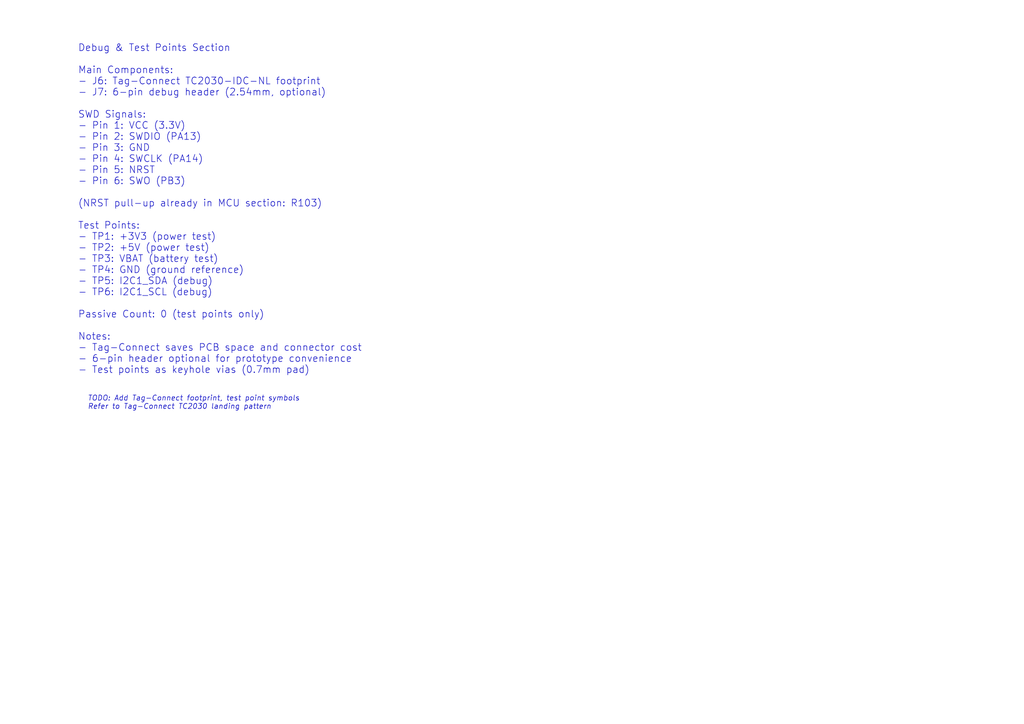
<source format=kicad_sch>
(kicad_sch
	(version 20250114)
	(generator "eeschema")
	(generator_version "9.0")
	(uuid "17d2a978-31c3-49ad-8310-2e25ccdfde2d")
	(paper "A4")
	(title_block
		(title "Section 20: Debug & Test Points")
		(date "2026-01-28")
		(rev "0.1")
		(company "IMSAFE Project")
		(comment 1 "Tag-Connect TC2030 + Debug Header")
		(comment 2 "Test points for bring-up")
	)
	(lib_symbols)
	(text "Debug & Test Points Section\n\nMain Components:\n- J6: Tag-Connect TC2030-IDC-NL footprint\n- J7: 6-pin debug header (2.54mm, optional)\n\nSWD Signals:\n- Pin 1: VCC (3.3V)\n- Pin 2: SWDIO (PA13)\n- Pin 3: GND\n- Pin 4: SWCLK (PA14)\n- Pin 5: NRST\n- Pin 6: SWO (PB3)\n\n(NRST pull-up already in MCU section: R103)\n\nTest Points:\n- TP1: +3V3 (power test)\n- TP2: +5V (power test)\n- TP3: VBAT (battery test)\n- TP4: GND (ground reference)\n- TP5: I2C1_SDA (debug)\n- TP6: I2C1_SCL (debug)\n\nPassive Count: 0 (test points only)\n\nNotes:\n- Tag-Connect saves PCB space and connector cost\n- 6-pin header optional for prototype convenience\n- Test points as keyhole vias (0.7mm pad)"
		(exclude_from_sim no)
		(at 22.606 60.706 0)
		(effects
			(font
				(size 2 2)
			)
			(justify left)
		)
		(uuid "3b32ae14-8200-47e3-afa3-558bfdb0ad78")
	)
	(text "TODO: Add Tag-Connect footprint, test point symbols\nRefer to Tag-Connect TC2030 landing pattern"
		(exclude_from_sim no)
		(at 25.4 116.84 0)
		(effects
			(font
				(size 1.5 1.5)
				(italic yes)
			)
			(justify left)
		)
		(uuid "afe31464-2bd1-4110-9b96-5e074ca4cd37")
	)
)

</source>
